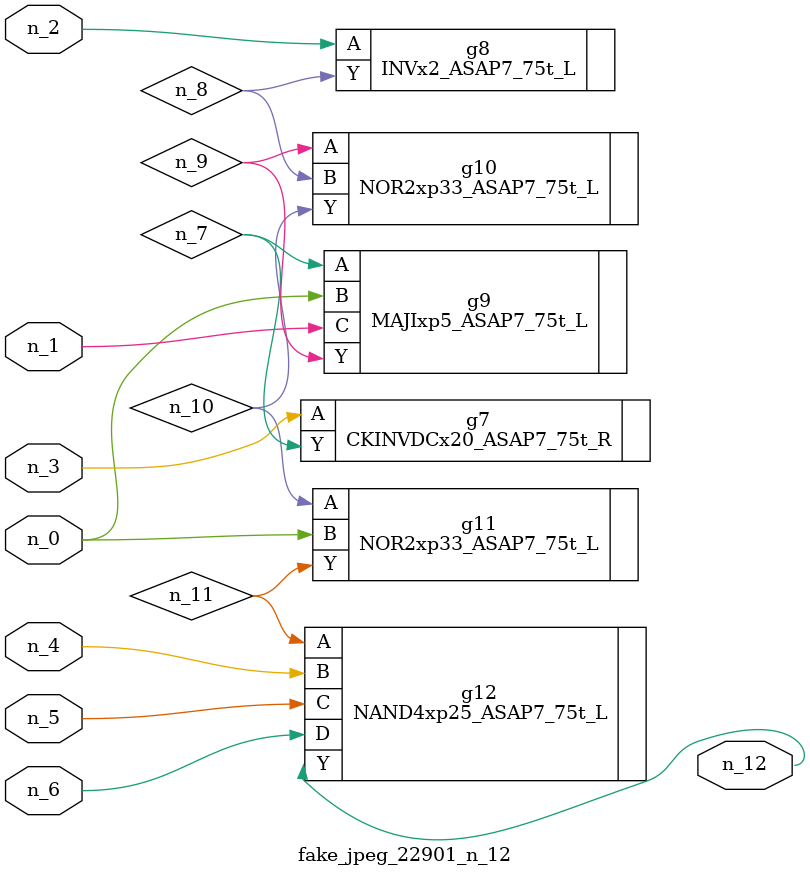
<source format=v>
module fake_jpeg_22901_n_12 (n_3, n_2, n_1, n_0, n_4, n_6, n_5, n_12);

input n_3;
input n_2;
input n_1;
input n_0;
input n_4;
input n_6;
input n_5;

output n_12;

wire n_11;
wire n_10;
wire n_8;
wire n_9;
wire n_7;

CKINVDCx20_ASAP7_75t_R g7 ( 
.A(n_3),
.Y(n_7)
);

INVx2_ASAP7_75t_L g8 ( 
.A(n_2),
.Y(n_8)
);

MAJIxp5_ASAP7_75t_L g9 ( 
.A(n_7),
.B(n_0),
.C(n_1),
.Y(n_9)
);

NOR2xp33_ASAP7_75t_L g10 ( 
.A(n_9),
.B(n_8),
.Y(n_10)
);

NOR2xp33_ASAP7_75t_L g11 ( 
.A(n_10),
.B(n_0),
.Y(n_11)
);

NAND4xp25_ASAP7_75t_L g12 ( 
.A(n_11),
.B(n_4),
.C(n_5),
.D(n_6),
.Y(n_12)
);


endmodule
</source>
